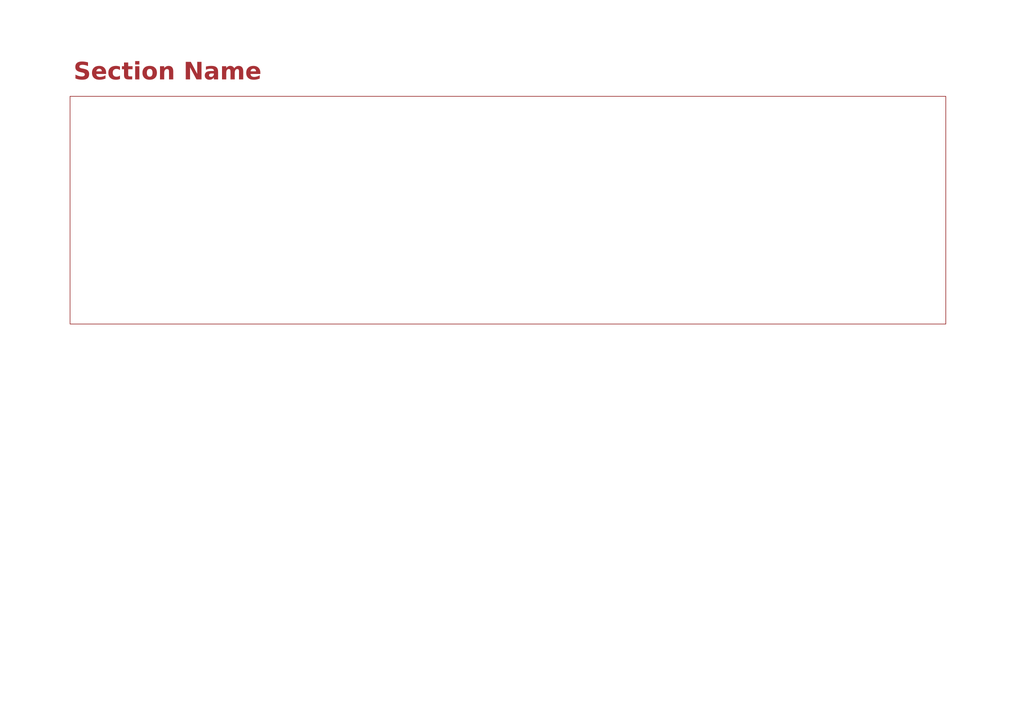
<source format=kicad_sch>
(kicad_sch
	(version 20250114)
	(generator "eeschema")
	(generator_version "9.0")
	(uuid "7ab40a85-baa6-4582-adfb-7f57f0ad2747")
	(paper "A4")
	(title_block
		(date "2025-04-06")
	)
	(lib_symbols)
	(rectangle
		(start 20.32 27.94)
		(end 274.32 93.98)
		(stroke
			(width 0)
			(type solid)
			(color 132 0 0 1)
		)
		(fill
			(type none)
		)
		(uuid 491d5fc4-44aa-4dbe-826d-2478be9533fa)
	)
	(text "Section Name\n"
		(exclude_from_sim no)
		(at 21.336 25.4 0)
		(effects
			(font
				(face "Agency FB")
				(size 5 5)
				(bold yes)
				(color 162 38 43 0.9411764706)
			)
			(justify left bottom)
		)
		(uuid "d0505401-b1b8-42a8-b171-d20de20544c0")
	)
)

</source>
